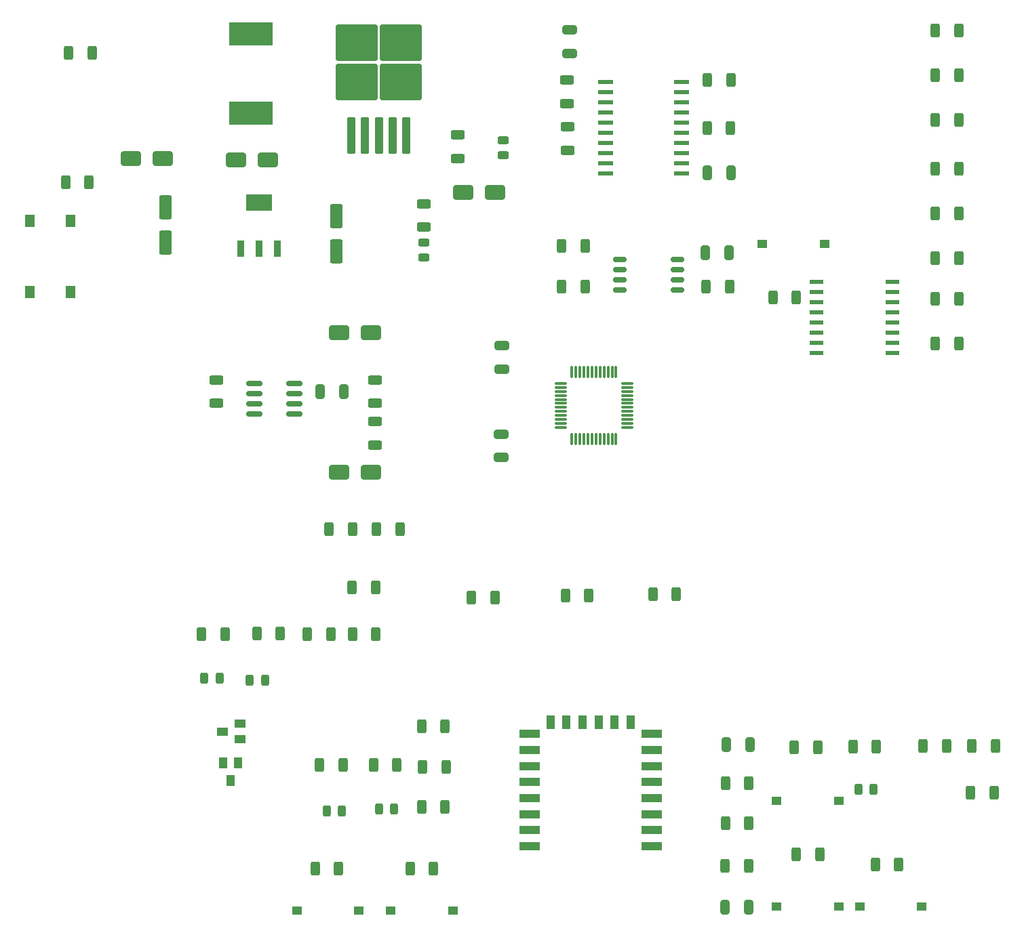
<source format=gbr>
%TF.GenerationSoftware,KiCad,Pcbnew,9.0.1*%
%TF.CreationDate,2025-08-26T10:13:58+03:00*%
%TF.ProjectId,Control_board,436f6e74-726f-46c5-9f62-6f6172642e6b,rev?*%
%TF.SameCoordinates,Original*%
%TF.FileFunction,Paste,Top*%
%TF.FilePolarity,Positive*%
%FSLAX46Y46*%
G04 Gerber Fmt 4.6, Leading zero omitted, Abs format (unit mm)*
G04 Created by KiCad (PCBNEW 9.0.1) date 2025-08-26 10:13:58*
%MOMM*%
%LPD*%
G01*
G04 APERTURE LIST*
G04 Aperture macros list*
%AMRoundRect*
0 Rectangle with rounded corners*
0 $1 Rounding radius*
0 $2 $3 $4 $5 $6 $7 $8 $9 X,Y pos of 4 corners*
0 Add a 4 corners polygon primitive as box body*
4,1,4,$2,$3,$4,$5,$6,$7,$8,$9,$2,$3,0*
0 Add four circle primitives for the rounded corners*
1,1,$1+$1,$2,$3*
1,1,$1+$1,$4,$5*
1,1,$1+$1,$6,$7*
1,1,$1+$1,$8,$9*
0 Add four rect primitives between the rounded corners*
20,1,$1+$1,$2,$3,$4,$5,0*
20,1,$1+$1,$4,$5,$6,$7,0*
20,1,$1+$1,$6,$7,$8,$9,0*
20,1,$1+$1,$8,$9,$2,$3,0*%
G04 Aperture macros list end*
%ADD10RoundRect,0.162500X-0.650000X-0.162500X0.650000X-0.162500X0.650000X0.162500X-0.650000X0.162500X0*%
%ADD11RoundRect,0.250000X0.300000X-2.050000X0.300000X2.050000X-0.300000X2.050000X-0.300000X-2.050000X0*%
%ADD12RoundRect,0.250000X2.375000X-2.025000X2.375000X2.025000X-2.375000X2.025000X-2.375000X-2.025000X0*%
%ADD13RoundRect,0.250000X0.312500X0.625000X-0.312500X0.625000X-0.312500X-0.625000X0.312500X-0.625000X0*%
%ADD14RoundRect,0.250000X0.650000X-0.325000X0.650000X0.325000X-0.650000X0.325000X-0.650000X-0.325000X0*%
%ADD15RoundRect,0.250000X0.325000X0.650000X-0.325000X0.650000X-0.325000X-0.650000X0.325000X-0.650000X0*%
%ADD16R,1.250000X1.000000*%
%ADD17RoundRect,0.243750X0.456250X-0.243750X0.456250X0.243750X-0.456250X0.243750X-0.456250X-0.243750X0*%
%ADD18RoundRect,0.250000X-0.312500X-0.625000X0.312500X-0.625000X0.312500X0.625000X-0.312500X0.625000X0*%
%ADD19RoundRect,0.243750X-0.243750X-0.456250X0.243750X-0.456250X0.243750X0.456250X-0.243750X0.456250X0*%
%ADD20R,5.400000X2.900000*%
%ADD21RoundRect,0.250000X-0.325000X-0.650000X0.325000X-0.650000X0.325000X0.650000X-0.325000X0.650000X0*%
%ADD22RoundRect,0.250000X-1.000000X-0.650000X1.000000X-0.650000X1.000000X0.650000X-1.000000X0.650000X0*%
%ADD23R,1.879600X0.533400*%
%ADD24RoundRect,0.250000X0.625000X-0.312500X0.625000X0.312500X-0.625000X0.312500X-0.625000X-0.312500X0*%
%ADD25RoundRect,0.250000X0.550000X-1.250000X0.550000X1.250000X-0.550000X1.250000X-0.550000X-1.250000X0*%
%ADD26RoundRect,0.250000X-0.625000X0.312500X-0.625000X-0.312500X0.625000X-0.312500X0.625000X0.312500X0*%
%ADD27R,1.000000X1.400000*%
%ADD28RoundRect,0.150000X-0.825000X-0.150000X0.825000X-0.150000X0.825000X0.150000X-0.825000X0.150000X0*%
%ADD29RoundRect,0.250000X-0.650000X0.325000X-0.650000X-0.325000X0.650000X-0.325000X0.650000X0.325000X0*%
%ADD30R,1.400000X1.000000*%
%ADD31RoundRect,0.250000X1.000000X0.650000X-1.000000X0.650000X-1.000000X-0.650000X1.000000X-0.650000X0*%
%ADD32R,1.803400X0.533400*%
%ADD33R,2.500000X1.000000*%
%ADD34R,1.000000X1.800000*%
%ADD35R,1.300000X1.500000*%
%ADD36RoundRect,0.075000X-0.662500X-0.075000X0.662500X-0.075000X0.662500X0.075000X-0.662500X0.075000X0*%
%ADD37RoundRect,0.075000X-0.075000X-0.662500X0.075000X-0.662500X0.075000X0.662500X-0.075000X0.662500X0*%
%ADD38R,0.950000X2.150000*%
%ADD39R,3.250000X2.150000*%
G04 APERTURE END LIST*
D10*
%TO.C,U1*%
X147594900Y-74309400D03*
X147594900Y-75579400D03*
X147594900Y-76849400D03*
X147594900Y-78119400D03*
X140419900Y-78119400D03*
X140419900Y-76849400D03*
X140419900Y-75579400D03*
X140419900Y-74309400D03*
%TD*%
D11*
%TO.C,U2*%
X113736400Y-58842500D03*
X112036400Y-58842500D03*
X110336400Y-58842500D03*
X108636400Y-58842500D03*
X106936400Y-58842500D03*
D12*
X113111400Y-47267500D03*
X107561400Y-47267500D03*
X113111400Y-52117500D03*
X107561400Y-52117500D03*
%TD*%
D13*
%TO.C,R2*%
X136109900Y-72669400D03*
X133184900Y-72669400D03*
%TD*%
D14*
%TO.C,C6*%
X134137400Y-48566600D03*
X134137400Y-45616600D03*
%TD*%
D13*
%TO.C,R18*%
X182767700Y-84785200D03*
X179842700Y-84785200D03*
%TD*%
D15*
%TO.C,C1*%
X154040100Y-73482200D03*
X151090100Y-73482200D03*
%TD*%
D16*
%TO.C,SW1*%
X158240500Y-72390000D03*
X165990500Y-72390000D03*
%TD*%
D17*
%TO.C,D3*%
X125907800Y-61309300D03*
X125907800Y-59434300D03*
%TD*%
D18*
%TO.C,R36*%
X162483300Y-148640800D03*
X165408300Y-148640800D03*
%TD*%
D19*
%TO.C,D11*%
X170235400Y-140512800D03*
X172110400Y-140512800D03*
%TD*%
D18*
%TO.C,R43*%
X153568400Y-150114000D03*
X156493400Y-150114000D03*
%TD*%
%TO.C,R30*%
X106995500Y-115316000D03*
X109920500Y-115316000D03*
%TD*%
D13*
%TO.C,R5*%
X118607300Y-142748000D03*
X115682300Y-142748000D03*
%TD*%
D20*
%TO.C,L1*%
X94386400Y-56052500D03*
X94386400Y-46152500D03*
%TD*%
D21*
%TO.C,C11*%
X153564800Y-155244800D03*
X156514800Y-155244800D03*
%TD*%
D22*
%TO.C,D6*%
X105372400Y-100914200D03*
X109372400Y-100914200D03*
%TD*%
D23*
%TO.C,U8*%
X138639500Y-52171600D03*
X138639500Y-53441600D03*
X138639500Y-54711600D03*
X138639500Y-55981600D03*
X138639500Y-57251600D03*
X138639500Y-58521600D03*
X138639500Y-59791600D03*
X138639500Y-61061600D03*
X138639500Y-62331600D03*
X138639500Y-63601600D03*
X148113700Y-63601600D03*
X148113700Y-62331600D03*
X148113700Y-61061600D03*
X148113700Y-59791600D03*
X148113700Y-58521600D03*
X148113700Y-57251600D03*
X148113700Y-55981600D03*
X148113700Y-54711600D03*
X148113700Y-53441600D03*
X148113700Y-52171600D03*
%TD*%
D18*
%TO.C,R35*%
X178318700Y-135077200D03*
X181243700Y-135077200D03*
%TD*%
D24*
%TO.C,R4*%
X120192800Y-61694300D03*
X120192800Y-58769300D03*
%TD*%
D13*
%TO.C,R12*%
X182767700Y-56845200D03*
X179842700Y-56845200D03*
%TD*%
%TO.C,R39*%
X165140100Y-135269700D03*
X162215100Y-135269700D03*
%TD*%
D18*
%TO.C,R45*%
X114241200Y-150469600D03*
X117166200Y-150469600D03*
%TD*%
%TO.C,R29*%
X107057000Y-121107200D03*
X109982000Y-121107200D03*
%TD*%
D19*
%TO.C,D13*%
X110371600Y-142951200D03*
X112246600Y-142951200D03*
%TD*%
D25*
%TO.C,C4*%
X105054400Y-73335500D03*
X105054400Y-68935500D03*
%TD*%
D24*
%TO.C,R32*%
X133858000Y-54842600D03*
X133858000Y-51917600D03*
%TD*%
D18*
%TO.C,R24*%
X71232300Y-64668400D03*
X74157300Y-64668400D03*
%TD*%
D26*
%TO.C,R6*%
X115976400Y-67354500D03*
X115976400Y-70279500D03*
%TD*%
D18*
%TO.C,R33*%
X184374600Y-135077200D03*
X187299600Y-135077200D03*
%TD*%
D22*
%TO.C,D5*%
X105372400Y-83426200D03*
X109372400Y-83426200D03*
%TD*%
D14*
%TO.C,C9*%
X125730000Y-88040000D03*
X125730000Y-85090000D03*
%TD*%
D18*
%TO.C,R50*%
X144575800Y-116128800D03*
X147500800Y-116128800D03*
%TD*%
D27*
%TO.C,T1*%
X92781200Y-137210800D03*
X90881200Y-137210800D03*
X91831200Y-139410800D03*
%TD*%
D13*
%TO.C,R41*%
X118719600Y-137769600D03*
X115794600Y-137769600D03*
%TD*%
%TO.C,R44*%
X118618000Y-132638800D03*
X115693000Y-132638800D03*
%TD*%
%TO.C,R7*%
X154279600Y-51866800D03*
X151354600Y-51866800D03*
%TD*%
D28*
%TO.C,U10*%
X94807000Y-89789000D03*
X94807000Y-91059000D03*
X94807000Y-92329000D03*
X94807000Y-93599000D03*
X99757000Y-93599000D03*
X99757000Y-92329000D03*
X99757000Y-91059000D03*
X99757000Y-89789000D03*
%TD*%
D18*
%TO.C,R28*%
X88210200Y-121158000D03*
X91135200Y-121158000D03*
%TD*%
%TO.C,R47*%
X109677200Y-137464800D03*
X112602200Y-137464800D03*
%TD*%
D16*
%TO.C,SW6*%
X111842400Y-155702000D03*
X119592400Y-155702000D03*
%TD*%
D19*
%TO.C,D8*%
X88572100Y-126644400D03*
X90447100Y-126644400D03*
%TD*%
D13*
%TO.C,R11*%
X182767700Y-51257200D03*
X179842700Y-51257200D03*
%TD*%
D18*
%TO.C,R26*%
X172335000Y-149910800D03*
X175260000Y-149910800D03*
%TD*%
%TO.C,R48*%
X121890600Y-116535200D03*
X124815600Y-116535200D03*
%TD*%
D24*
%TO.C,R20*%
X109880400Y-92282200D03*
X109880400Y-89357200D03*
%TD*%
D26*
%TO.C,R21*%
X90068400Y-89357200D03*
X90068400Y-92282200D03*
%TD*%
D13*
%TO.C,R38*%
X156544200Y-139750800D03*
X153619200Y-139750800D03*
%TD*%
D21*
%TO.C,C12*%
X153719000Y-134924800D03*
X156669000Y-134924800D03*
%TD*%
D29*
%TO.C,C8*%
X125576300Y-96135600D03*
X125576300Y-99085600D03*
%TD*%
D13*
%TO.C,R16*%
X182767700Y-74117200D03*
X179842700Y-74117200D03*
%TD*%
D16*
%TO.C,SW4*%
X160005800Y-155143200D03*
X167755800Y-155143200D03*
%TD*%
D13*
%TO.C,R3*%
X136109900Y-77749400D03*
X133184900Y-77749400D03*
%TD*%
D18*
%TO.C,R34*%
X184222200Y-140919200D03*
X187147200Y-140919200D03*
%TD*%
D13*
%TO.C,R14*%
X182767700Y-68529200D03*
X179842700Y-68529200D03*
%TD*%
D30*
%TO.C,T2*%
X92979600Y-134249200D03*
X92979600Y-132349200D03*
X90779600Y-133299200D03*
%TD*%
D19*
%TO.C,D9*%
X94234000Y-126898400D03*
X96109000Y-126898400D03*
%TD*%
D31*
%TO.C,D10*%
X83349600Y-61745100D03*
X79349600Y-61745100D03*
%TD*%
D18*
%TO.C,R25*%
X102394100Y-150469600D03*
X105319100Y-150469600D03*
%TD*%
D32*
%TO.C,U12*%
X164947600Y-77114400D03*
X164947600Y-78384400D03*
X164947600Y-79654400D03*
X164947600Y-80924400D03*
X164947600Y-82194400D03*
X164947600Y-83464400D03*
X164947600Y-84734400D03*
X164947600Y-86004400D03*
X174498000Y-86004400D03*
X174498000Y-84734400D03*
X174498000Y-83464400D03*
X174498000Y-82194400D03*
X174498000Y-80924400D03*
X174498000Y-79654400D03*
X174498000Y-78384400D03*
X174498000Y-77114400D03*
%TD*%
D17*
%TO.C,D4*%
X115976400Y-74089500D03*
X115976400Y-72214500D03*
%TD*%
D18*
%TO.C,R23*%
X71638700Y-48488600D03*
X74563700Y-48488600D03*
%TD*%
%TO.C,R46*%
X102920800Y-137464800D03*
X105845800Y-137464800D03*
%TD*%
D13*
%TO.C,R37*%
X172444600Y-135178800D03*
X169519600Y-135178800D03*
%TD*%
D33*
%TO.C,U14*%
X144375200Y-147630800D03*
X144375200Y-145630800D03*
X144375200Y-143630800D03*
X144375200Y-141630800D03*
X144375200Y-139630800D03*
X144375200Y-137630800D03*
X144375200Y-135630800D03*
X144375200Y-133630800D03*
D34*
X141775200Y-132130800D03*
X139775200Y-132130800D03*
X137775200Y-132130800D03*
X135775200Y-132130800D03*
X133775200Y-132130800D03*
X131775200Y-132130800D03*
D33*
X129175200Y-133630800D03*
X129175200Y-135630800D03*
X129175200Y-137630800D03*
X129175200Y-139630800D03*
X129175200Y-141630800D03*
X129175200Y-143630800D03*
X129175200Y-145630800D03*
X129175200Y-147630800D03*
%TD*%
D18*
%TO.C,R27*%
X104150700Y-108051600D03*
X107075700Y-108051600D03*
%TD*%
D35*
%TO.C,D7*%
X71841200Y-69464000D03*
X66741200Y-69464000D03*
X66741200Y-78364000D03*
X71841200Y-78364000D03*
%TD*%
D19*
%TO.C,D12*%
X103813800Y-143213200D03*
X105688800Y-143213200D03*
%TD*%
D18*
%TO.C,R42*%
X153629900Y-144780000D03*
X156554900Y-144780000D03*
%TD*%
%TO.C,R10*%
X95097600Y-121056400D03*
X98022600Y-121056400D03*
%TD*%
%TO.C,R49*%
X133653800Y-116281200D03*
X136578800Y-116281200D03*
%TD*%
D16*
%TO.C,SW5*%
X160005800Y-141986000D03*
X167755800Y-141986000D03*
%TD*%
D18*
%TO.C,R15*%
X101407500Y-121107200D03*
X104332500Y-121107200D03*
%TD*%
D25*
%TO.C,C5*%
X83718400Y-72225500D03*
X83718400Y-67825500D03*
%TD*%
D16*
%TO.C,SW3*%
X170398400Y-155143200D03*
X178148400Y-155143200D03*
%TD*%
%TO.C,SW2*%
X100091200Y-155702000D03*
X107841200Y-155702000D03*
%TD*%
D13*
%TO.C,R9*%
X182767700Y-45669200D03*
X179842700Y-45669200D03*
%TD*%
D36*
%TO.C,U6*%
X133048300Y-89807600D03*
X133048300Y-90307600D03*
X133048300Y-90807600D03*
X133048300Y-91307600D03*
X133048300Y-91807600D03*
X133048300Y-92307600D03*
X133048300Y-92807600D03*
X133048300Y-93307600D03*
X133048300Y-93807600D03*
X133048300Y-94307600D03*
X133048300Y-94807600D03*
X133048300Y-95307600D03*
D37*
X134460800Y-96720100D03*
X134960800Y-96720100D03*
X135460800Y-96720100D03*
X135960800Y-96720100D03*
X136460800Y-96720100D03*
X136960800Y-96720100D03*
X137460800Y-96720100D03*
X137960800Y-96720100D03*
X138460800Y-96720100D03*
X138960800Y-96720100D03*
X139460800Y-96720100D03*
X139960800Y-96720100D03*
D36*
X141373300Y-95307600D03*
X141373300Y-94807600D03*
X141373300Y-94307600D03*
X141373300Y-93807600D03*
X141373300Y-93307600D03*
X141373300Y-92807600D03*
X141373300Y-92307600D03*
X141373300Y-91807600D03*
X141373300Y-91307600D03*
X141373300Y-90807600D03*
X141373300Y-90307600D03*
X141373300Y-89807600D03*
D37*
X139960800Y-88395100D03*
X139460800Y-88395100D03*
X138960800Y-88395100D03*
X138460800Y-88395100D03*
X137960800Y-88395100D03*
X137460800Y-88395100D03*
X136960800Y-88395100D03*
X136460800Y-88395100D03*
X135960800Y-88395100D03*
X135460800Y-88395100D03*
X134960800Y-88395100D03*
X134460800Y-88395100D03*
%TD*%
D31*
%TO.C,D2*%
X96481400Y-61897500D03*
X92481400Y-61897500D03*
%TD*%
D18*
%TO.C,R31*%
X110032800Y-108000800D03*
X112957800Y-108000800D03*
%TD*%
D24*
%TO.C,R22*%
X109880400Y-97485200D03*
X109880400Y-94560200D03*
%TD*%
D22*
%TO.C,D1*%
X120834400Y-65961500D03*
X124834400Y-65961500D03*
%TD*%
D13*
%TO.C,R8*%
X154264500Y-57886600D03*
X151339500Y-57886600D03*
%TD*%
D18*
%TO.C,R19*%
X159535400Y-79044800D03*
X162460400Y-79044800D03*
%TD*%
D38*
%TO.C,U13*%
X93102400Y-72976300D03*
X95402400Y-72976300D03*
X97702400Y-72976300D03*
D39*
X95402400Y-67176300D03*
%TD*%
D21*
%TO.C,C10*%
X103050400Y-90819700D03*
X106000400Y-90819700D03*
%TD*%
D13*
%TO.C,R13*%
X182767700Y-62941200D03*
X179842700Y-62941200D03*
%TD*%
%TO.C,R17*%
X182767700Y-79197200D03*
X179842700Y-79197200D03*
%TD*%
D18*
%TO.C,R1*%
X151214900Y-77749400D03*
X154139900Y-77749400D03*
%TD*%
D21*
%TO.C,C7*%
X151392900Y-63449200D03*
X154342900Y-63449200D03*
%TD*%
D24*
%TO.C,R40*%
X133908800Y-60695300D03*
X133908800Y-57770300D03*
%TD*%
M02*

</source>
